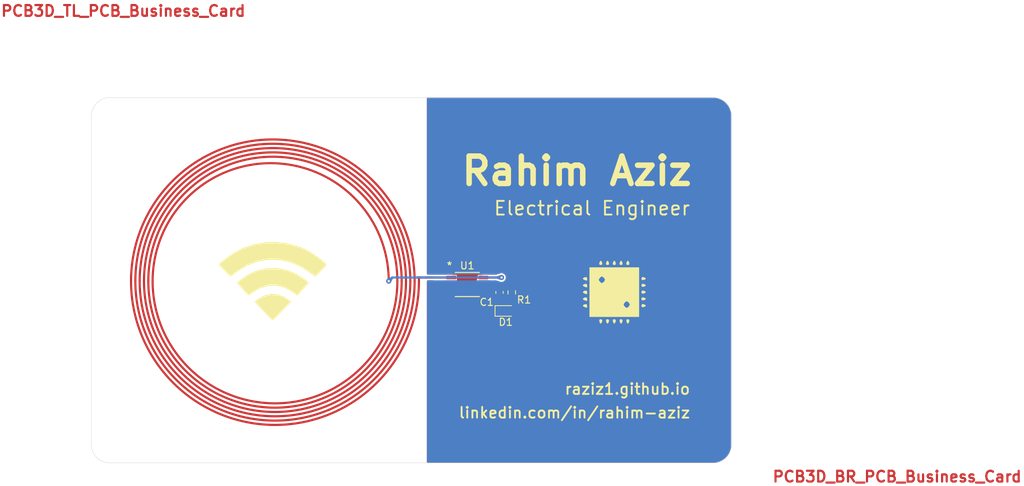
<source format=kicad_pcb>
(kicad_pcb (version 20240108) (generator "pcbnew") (generator_version "8.0")
  (title_block (title "PCB Business Card") (date "2024-04-03") (rev "0") (comment 1 "Rahim Aziz"))
  (layers (0 "F.Cu" signal "Front") (31 "B.Cu" signal "Back") (34 "B.Paste" user) (35 "F.Paste" user) (36 "B.SilkS" user "B.Silkscreen") (37 "F.SilkS" user "F.Silkscreen") (38 "B.Mask" user) (39 "F.Mask" user) (44 "Edge.Cuts" user))
  (net 0 "")
  (net 1 "Net-(D1-K)")
  (net 2 "Net-(U1-VCC)")
  (net 3 "Net-(D1-A)")
  (net 4 "Net-(U1-LA)")
  (footprint "LOGO" (layer "F.Cu") (at 114.105 88.9762)
    (property "Reference" "G***" (hide yes))
    (property "Value" "LOGO" (hide yes))
    (fp_poly (pts (xy 0.71248 1.896301) (xy 1.657901 2.27325) (xy 2.122695 2.568241) (xy 2.5747 2.890096) (xy 1.324924 4.187948) (xy 0.83454 4.692351) (xy 0.421465 5.108123) (xy 0.128945 5.392364) (xy 0.000224 5.502178) (xy 0 5.502231) (xy -0.126437 5.406234) (xy -0.415728 5.132594) (xy -0.825222 4.72304) (xy -1.312269 4.2193) (xy -1.325851 4.20504) (xy -2.576554 2.891418) (xy -2.123622 2.568901) (xy -1.176926 2.044126) (xy -0.232011 1.819926)) (fill solid) (layer "F.SilkS"))
    (fp_poly (pts (xy 1.952607 -1.505214) (xy 3.237459 -0.994426) (xy 4.424566 -0.223001) (xy 4.49886 -0.1626) (xy 5.01488 0.262684) (xy 4.20911 1.160012) (xy 3.403341 2.05734) (xy 2.589653 1.48735) (xy 1.556937 0.932989) (xy 0.475475 0.6661) (xy -0.619355 0.686711) (xy -1.692178 0.994853) (xy -2.560523 1.48299) (xy -3.392643 2.069252) (xy -4.195893 1.174731) (xy -4.999142 0.28021) (xy -4.490991 -0.151405) (xy -3.337485 -0.943028) (xy -2.075034 -1.474272) (xy -0.744977 -1.745086) (xy 0.611349 -1.755417)) (fill solid) (layer "F.SilkS"))
    (fp_poly (pts (xy 2.293424 -5.155645) (xy 3.919382 -4.658829) (xy 4.626204 -4.346017) (xy 5.082256 -4.093611) (xy 5.62558 -3.749619) (xy 6.193805 -3.359235) (xy 6.72456 -2.967651) (xy 7.155476 -2.620063) (xy 7.42418 -2.361663) (xy 7.478507 -2.279228) (xy 7.3978 -2.130109) (xy 7.148922 -1.832788) (xy 6.781806 -1.445914) (xy 6.697505 -1.361885) (xy 5.877641 -0.552205) (xy 5.077163 -1.16977) (xy 3.731941 -2.030561) (xy 2.310523 -2.611532) (xy 0.843086 -2.912608) (xy -0.64019 -2.933717) (xy -2.109127 -2.674787) (xy -3.533546 -2.135743) (xy -4.88327 -1.316513) (xy -5.04542 -1.194259) (xy -5.451487 -0.889485) (xy -5.757682 -0.675474) (xy -5.891194 -0.601183) (xy -6.023703 -0.702564) (xy -6.304742 -0.970975) (xy -6.678687 -1.352814) (xy -6.760339 -1.438721) (xy -7.552447 -2.276259) (xy -7.045159 -2.714257) (xy -6.631672 -3.0468) (xy -6.105337 -3.438264) (xy -5.746932 -3.689554) (xy -4.292215 -4.500511) (xy -2.718392 -5.055284) (xy -1.067892 -5.351187) (xy 0.616857 -5.385536)) (fill solid) (layer "F.SilkS"))
  )
  (footprint "LOGO" (layer "F.Cu") (at 161.544 90.551)
    (property "Reference" "G***" (hide yes))
    (property "Value" "LOGO" (hide yes))
    (fp_poly (pts (xy -1.787762 -4.323554) (xy -1.679261 -4.076543) (xy -1.687292 -3.824404) (xy -1.881481 -3.762963) (xy -2.088674 -3.844569) (xy -2.083701 -4.076543) (xy -1.945481 -4.353126)) (fill solid) (layer "F.SilkS"))
    (fp_poly (pts (xy -0.847021 -4.323554) (xy -0.73852 -4.076543) (xy -0.746551 -3.824404) (xy -0.94074 -3.762963) (xy -1.147933 -3.844569) (xy -1.14296 -4.076543) (xy -1.00474 -4.353126)) (fill solid) (layer "F.SilkS"))
    (fp_poly (pts (xy 0.09372 -4.323554) (xy 0.20222 -4.076543) (xy 0.19419 -3.824404) (xy 0 -3.762963) (xy -0.207193 -3.844569) (xy -0.202219 -4.076543) (xy -0.063999 -4.353126)) (fill solid) (layer "F.SilkS"))
    (fp_poly (pts (xy 1.034461 -4.323554) (xy 1.142961 -4.076543) (xy 1.134931 -3.824404) (xy 0.940741 -3.762963) (xy 0.733548 -3.844569) (xy 0.738521 -4.076543) (xy 0.876741 -4.353126)) (fill solid) (layer "F.SilkS"))
    (fp_poly (pts (xy 1.975201 -4.323554) (xy 2.083702 -4.076543) (xy 2.075671 -3.824404) (xy 1.881482 -3.762963) (xy 1.674289 -3.844569) (xy 1.679262 -4.076543) (xy 1.817482 -4.353126)) (fill solid) (layer "F.SilkS"))
    (fp_poly (pts (xy -1.674288 3.84457) (xy -1.679261 4.076544) (xy -1.795609 4.330537) (xy -1.881481 4.390124) (xy -2.012911 4.259892) (xy -2.083701 4.076544) (xy -2.07567 3.824405) (xy -1.881481 3.762963)) (fill solid) (layer "F.SilkS"))
    (fp_poly (pts (xy -0.733547 3.84457) (xy -0.73852 4.076544) (xy -0.854868 4.330537) (xy -0.94074 4.390124) (xy -1.07217 4.259892) (xy -1.14296 4.076544) (xy -1.13493 3.824405) (xy -0.94074 3.762963)) (fill solid) (layer "F.SilkS"))
    (fp_poly (pts (xy 0.207194 3.84457) (xy 0.20222 4.076544) (xy 0.085873 4.330537) (xy 0 4.390124) (xy -0.131429 4.259892) (xy -0.202219 4.076544) (xy -0.194189 3.824405) (xy 0 3.762963)) (fill solid) (layer "F.SilkS"))
    (fp_poly (pts (xy 1.147934 3.84457) (xy 1.142961 4.076544) (xy 1.026614 4.330537) (xy 0.940741 4.390124) (xy 0.809312 4.259892) (xy 0.738521 4.076544) (xy 0.746552 3.824405) (xy 0.940741 3.762963)) (fill solid) (layer "F.SilkS"))
    (fp_poly (pts (xy 2.088675 3.84457) (xy 2.083702 4.076544) (xy 1.967354 4.330537) (xy 1.881482 4.390124) (xy 1.750052 4.259892) (xy 1.679262 4.076544) (xy 1.687293 3.824405) (xy 1.881482 3.762963)) (fill solid) (layer "F.SilkS"))
    (fp_poly (pts (xy 4.076544 -2.083701) (xy 4.330537 -1.967353) (xy 4.390124 -1.881481) (xy 4.259892 -1.750052) (xy 4.076544 -1.679261) (xy 3.824405 -1.687292) (xy 3.762963 -1.881481) (xy 3.84457 -2.088674)) (fill solid) (layer "F.SilkS"))
    (fp_poly (pts (xy 4.076544 -1.14296) (xy 4.330537 -1.026613) (xy 4.390124 -0.94074) (xy 4.259892 -0.809311) (xy 4.076544 -0.73852) (xy 3.824405 -0.746551) (xy 3.762963 -0.94074) (xy 3.84457 -1.147933)) (fill solid) (layer "F.SilkS"))
    (fp_poly (pts (xy 4.076544 -0.202219) (xy 4.330537 -0.085872) (xy 4.390124 0) (xy 4.259892 0.13143) (xy 4.076544 0.20222) (xy 3.824405 0.19419) (xy 3.762963 0) (xy 3.84457 -0.207193)) (fill solid) (layer "F.SilkS"))
    (fp_poly (pts (xy 4.076544 0.738521) (xy 4.330537 0.854869) (xy 4.390124 0.940741) (xy 4.259892 1.072171) (xy 4.076544 1.142961) (xy 3.824405 1.134931) (xy 3.762963 0.940741) (xy 3.84457 0.733548)) (fill solid) (layer "F.SilkS"))
    (fp_poly (pts (xy 4.076544 1.679262) (xy 4.330537 1.79561) (xy 4.390124 1.881482) (xy 4.259892 2.012911) (xy 4.076544 2.083702) (xy 3.824405 2.075671) (xy 3.762963 1.881482) (xy 3.84457 1.674289)) (fill solid) (layer "F.SilkS"))
    (fp_poly (pts (xy -3.826037 -2.076374) (xy -3.762963 -1.866802) (xy -3.779986 -1.628577) (xy -3.80216 -1.586089) (xy -3.965933 -1.635643) (xy -4.11574 -1.67598) (xy -4.36296 -1.813554) (xy -4.315373 -1.977442) (xy -4.076543 -2.083701)) (fill solid) (layer "F.SilkS"))
    (fp_poly (pts (xy -3.826037 -1.135633) (xy -3.762963 -0.926062) (xy -3.779986 -0.687837) (xy -3.80216 -0.645348) (xy -3.965933 -0.694902) (xy -4.11574 -0.735239) (xy -4.36296 -0.872813) (xy -4.315373 -1.036702) (xy -4.076543 -1.14296)) (fill solid) (layer "F.SilkS"))
    (fp_poly (pts (xy -3.826037 -0.194893) (xy -3.762963 0.014679) (xy -3.779986 0.252904) (xy -3.80216 0.295393) (xy -3.965933 0.245839) (xy -4.11574 0.205501) (xy -4.36296 0.067928) (xy -4.315373 -0.095961) (xy -4.076543 -0.202219)) (fill solid) (layer "F.SilkS"))
    (fp_poly (pts (xy -3.826037 0.745848) (xy -3.762963 0.95542) (xy -3.779986 1.193645) (xy -3.80216 1.236134) (xy -3.965933 1.18658) (xy -4.11574 1.146242) (xy -4.36296 1.008668) (xy -4.315373 0.84478) (xy -4.076543 0.738521)) (fill solid) (layer "F.SilkS"))
    (fp_poly (pts (xy -3.826037 1.686589) (xy -3.762963 1.896161) (xy -3.779986 2.134386) (xy -3.80216 2.176874) (xy -3.965933 2.12732) (xy -4.11574 2.086983) (xy -4.36296 1.949409) (xy -4.315373 1.785521) (xy -4.076543 1.679262)) (fill solid) (layer "F.SilkS"))
    (fp_poly (pts (xy 3.449383 0) (xy 3.449383 3.449383) (xy 0 3.449383) (xy -3.449382 3.449383) (xy -3.449382 1.689941) (xy 1.293404 1.689941) (xy 1.372107 1.911305) (xy 1.404581 1.952008) (xy 1.623221 2.152873) (xy 1.724692 2.195062) (xy 1.911023 2.088441) (xy 2.044803 1.952008) (xy 2.159642 1.721117) (xy 2.027981 1.491633) (xy 1.985606 1.44804) (xy 1.765184 1.272257) (xy 1.583929 1.334729) (xy 1.463778 1.44804) (xy 1.293404 1.689941) (xy -3.449382 1.689941) (xy -3.449382 0) (xy -3.449382 -1.759442) (xy -2.155979 -1.759442) (xy -2.077275 -1.538078) (xy -2.044802 -1.497375) (xy -1.826162 -1.296509) (xy -1.724691 -1.254321) (xy -1.53836 -1.360942) (xy -1.40458 -1.497375) (xy -1.289741 -1.728266) (xy -1.421402 -1.95775) (xy -1.463777 -2.001343) (xy -1.684199 -2.177126) (xy -1.865454 -2.114654) (xy -1.985605 -2.001343) (xy -2.155979 -1.759442) (xy -3.449382 -1.759442) (xy -3.449382 -3.449382) (xy 0 -3.449382) (xy 3.449383 -3.449382)) (fill solid) (layer "F.SilkS"))
  )
  (footprint "Capacitor_SMD:C_0603_1608Metric" (layer "F.Cu") (at 145.601 90.5894 -90)
    (property "Reference" "C1" (at 1.3586 1.778 0) (layer "F.SilkS"))
    (property "Value" "220n")
    (fp_line (start -0.14058 0.51) (end 0.14058 0.51) (stroke (width 0.12)) (layer "F.SilkS"))
    (fp_line (start -0.14058 -0.51) (end 0.14058 -0.51) (stroke (width 0.12)) (layer "F.SilkS"))
    (pad "1" smd roundrect (at -0.775 0 270) (size 0.9 0.95) (layers "F.Cu" "F.Paste" "F.Mask") (net 2 "Net-(U1-VCC)"))
    (pad "2" smd roundrect (at 0.775 0 270) (size 0.9 0.95) (layers "F.Cu" "F.Paste" "F.Mask") (net 1 "Net-(D1-K)"))
  )
  (footprint "COIL_GENERATOR" (layer "F.Cu") (at 114.105 89.019)
    (property "Reference" "REF**" (hide yes))
    (property "Value" "COIL_GENERATOR")
    (fp_line (start 20.3 -0.5) (end 20.8 -0.5) (stroke (width 0.3)) (layer "F.Cu"))
    (fp_line (start 20.3 0) (end 20.3 -0.5) (stroke (width 0.3)) (layer "F.Cu"))
    (fp_arc (start -19.7 0) (mid 0 -19.7) (end 19.7 0) (stroke (width 0.3)) (layer "F.Cu"))
    (fp_arc (start -19.1 0) (mid 0 -19.1) (end 19.1 0) (stroke (width 0.3)) (layer "F.Cu"))
    (fp_arc (start -18.5 0) (mid 0 -18.5) (end 18.5 0) (stroke (width 0.3)) (layer "F.Cu"))
    (fp_arc (start -17.9 0) (mid 0 -17.9) (end 17.9 0) (stroke (width 0.3)) (layer "F.Cu"))
    (fp_arc (start -17.3 0) (mid 0 -17.3) (end 17.3 0) (stroke (width 0.3)) (layer "F.Cu"))
    (fp_arc (start -16.7 0) (mid -0.3 -16.402744) (end 16.1 0) (stroke (width 0.3)) (layer "F.Cu"))
    (fp_arc (start 17.3 0) (mid 0.3 17.010591) (end -16.7 0) (stroke (width 0.3)) (layer "F.Cu"))
    (fp_arc (start 17.9 0) (mid 0.3 17.6) (end -17.3 0) (stroke (width 0.3)) (layer "F.Cu"))
    (fp_arc (start 18.5 0) (mid 0.3 18.2) (end -17.9 0) (stroke (width 0.3)) (layer "F.Cu"))
    (fp_arc (start 19.1 0) (mid 0.3 18.8) (end -18.5 0) (stroke (width 0.3)) (layer "F.Cu"))
    (fp_arc (start 19.7 0) (mid 0.3 19.4) (end -19.1 0) (stroke (width 0.3)) (layer "F.Cu"))
    (fp_arc (start 20.3 0) (mid 0.3 20) (end -19.7 0) (stroke (width 0.3)) (layer "F.Cu"))
    (pad "" thru_hole circle (at 16.1 0) (size 0.7 0.7) (drill 0.3) (layers "*.Cu" "*.Mask") (net 4 "Net-(U1-LA)"))
    (pad "1" smd roundrect (at 21.15 -0.5) (size 2.4 0.3) (layers "F.Cu") (net 4 "Net-(U1-LA)"))
  )
  (footprint "" (layer "F.Cu") (at 145.8804 88.519)
    (property "Reference" "" (at 0 0 0) (layer "F.SilkS") (effects (font (size 1.27 1.27))))
    (property "Value" "")
    (pad "" thru_hole circle (at 0 0) (size 0.7 0.7) (drill 0.3) (layers "*.Cu" "*.Mask") (net 4 "Net-(U1-LA)"))
  )
  (footprint "NT3H1101W0FTTJ:TSSOP8_SOT505-1_NXP" (layer "F.Cu") (at 141.12425 89.493979)
    (property "Reference" "U1" (at 0 -2.625979 0) (layer "F.SilkS"))
    (property "Value" "NT3H1101W0FTTJ")
    (fp_line (start -1.6764 1.6764) (end 1.6764 1.6764) (stroke (width 0.1524)) (layer "F.SilkS"))
    (fp_line (start 1.6764 -1.6764) (end -1.6764 -1.6764) (stroke (width 0.1524)) (layer "F.SilkS"))
    (fp_text user "*" (at -2.48285 -2.625979 0) (layer "F.SilkS"))
    (pad "1" smd rect (at -2.22885 -0.974979) (size 1.3589 0.508) (layers "F.Cu" "F.Paste" "F.Mask") (net 4 "Net-(U1-LA)"))
    (pad "2" smd rect (at -2.22885 -0.324993) (size 1.3589 0.508) (layers "F.Cu" "F.Paste" "F.Mask") (net 1 "Net-(D1-K)"))
    (pad "3" smd rect (at -2.22885 0.324993) (size 1.3589 0.508) (layers "F.Cu" "F.Paste" "F.Mask"))
    (pad "4" smd rect (at -2.22885 0.974979) (size 1.3589 0.508) (layers "F.Cu" "F.Paste" "F.Mask"))
    (pad "5" smd rect (at 2.22885 0.974979) (size 1.3589 0.508) (layers "F.Cu" "F.Paste" "F.Mask"))
    (pad "6" smd rect (at 2.22885 0.324993) (size 1.3589 0.508) (layers "F.Cu" "F.Paste" "F.Mask") (net 2 "Net-(U1-VCC)"))
    (pad "7" smd rect (at 2.22885 -0.324993) (size 1.3589 0.508) (layers "F.Cu" "F.Paste" "F.Mask") (net 2 "Net-(U1-VCC)"))
    (pad "8" smd rect (at 2.22885 -0.974979) (size 1.3589 0.508) (layers "F.Cu" "F.Paste" "F.Mask") (net 4 "Net-(U1-LA)"))
  )
  (footprint "Resistor_SMD:R_0603_1608Metric" (layer "F.Cu") (at 147.3028 90.5886 -90)
    (property "Reference" "R1" (at 1.0292 -1.7018 180) (layer "F.SilkS"))
    (property "Value" "47")
    (fp_line (start -0.237258 0.5225) (end 0.237258 0.5225) (stroke (width 0.12)) (layer "F.SilkS"))
    (fp_line (start -0.237258 -0.5225) (end 0.237258 -0.5225) (stroke (width 0.12)) (layer "F.SilkS"))
    (pad "1" smd roundrect (at -0.825 0 270) (size 0.8 0.95) (layers "F.Cu" "F.Paste" "F.Mask") (net 2 "Net-(U1-VCC)"))
    (pad "2" smd roundrect (at 0.825 0 270) (size 0.8 0.95) (layers "F.Cu" "F.Paste" "F.Mask") (net 3 "Net-(D1-A)"))
  )
  (footprint "LED_SMD:LED_0603_1608Metric" (layer "F.Cu") (at 146.4646 93.1672)
    (property "Reference" "D1" (at 0 1.5494 0) (layer "F.SilkS"))
    (property "Value" "RED")
    (fp_line (start -1.485 -0.735) (end -1.485 0.735) (stroke (width 0.12)) (layer "F.SilkS"))
    (fp_line (start -1.485 0.735) (end 0.8 0.735) (stroke (width 0.12)) (layer "F.SilkS"))
    (fp_line (start 0.8 -0.735) (end -1.485 -0.735) (stroke (width 0.12)) (layer "F.SilkS"))
    (pad "1" smd roundrect (at -0.7875 0) (size 0.875 0.95) (layers "F.Cu" "F.Paste" "F.Mask") (net 1 "Net-(D1-K)"))
    (pad "2" smd roundrect (at 0.7875 0) (size 0.875 0.95) (layers "F.Cu" "F.Paste" "F.Mask") (net 3 "Net-(D1-A)"))
  )
  (gr_line (start 175.26 63.5) (end 91.44 63.5) (stroke (width 0.05)) (layer "Edge.Cuts"))
  (gr_line (start 91.44 114.3) (end 175.26 114.3) (stroke (width 0.05)) (layer "Edge.Cuts"))
  (gr_arc (start 88.9 66.04) (mid 89.643949 64.243949) (end 91.44 63.5) (stroke (width 0.05)) (layer "Edge.Cuts"))
  (gr_line (start 88.9 66.04) (end 88.9 111.76) (stroke (width 0.05)) (layer "Edge.Cuts"))
  (gr_arc (start 175.26 63.5) (mid 177.056051 64.243949) (end 177.8 66.04) (stroke (width 0.05)) (layer "Edge.Cuts"))
  (gr_arc (start 177.8 111.76) (mid 177.056051 113.556051) (end 175.26 114.3) (stroke (width 0.05)) (layer "Edge.Cuts"))
  (gr_line (start 177.8 111.76) (end 177.8 66.04) (stroke (width 0.05)) (layer "Edge.Cuts"))
  (gr_arc (start 91.44 114.3) (mid 89.643949 113.556051) (end 88.9 111.76) (stroke (width 0.05)) (layer "Edge.Cuts"))
  (gr_text "PCB3D_BR_PCB_Business_Card" (at 183.388 117.094 0) (layer "F.Cu") (effects (font (size 1.5 1.5) (thickness 0.3) (bold yes)) (justify left bottom)))
  (gr_text "PCB3D_TL_PCB_Business_Card" (at 76.2 52.324 0) (layer "F.Cu") (effects (font (size 1.5 1.5) (thickness 0.3) (bold yes)) (justify left bottom)))
  (gr_text "Electrical Engineer" (at 172.212 80.01 0) (layer "F.SilkS") (effects (font (size 1.905 1.905) (thickness 0.254)) (justify right bottom)))
  (gr_text "Rahim Aziz" (at 172.72 75.946 0) (layer "F.SilkS") (effects (font (size 3.81 3.81) (thickness 0.762) (bold yes)) (justify right bottom)))
  (gr_text "linkedin.com/in/rahim-aziz" (at 172.212 108.204 0) (layer "F.SilkS") (effects (font (size 1.5 1.5) (thickness 0.254)) (justify right bottom)))
  (gr_text "raziz1.github.io\n" (at 172.212 104.902 0) (layer "F.SilkS") (effects (font (size 1.5 1.5) (thickness 0.254)) (justify right bottom)))
  (segment (start 136.975414 89.168986) (end 136.4824 89.662) (width 0.3) (layer "F.Cu") (net 1))
  (segment (start 136.4824 89.662) (end 136.4824 92.456) (width 0.3) (layer "F.Cu") (net 1))
  (segment (start 136.4824 92.456) (end 137.1936 93.1672) (width 0.3) (layer "F.Cu") (net 1))
  (segment (start 138.8954 89.168986) (end 136.975414 89.168986) (width 0.3) (layer "F.Cu") (net 1))
  (segment (start 137.1936 93.1672) (end 145.6771 93.1672) (width 0.3) (layer "F.Cu") (net 1))
  (segment (start 143.3531 88.519) (end 145.8804 88.519) (width 0.3) (layer "F.Cu") (net 4))
  (segment (start 138.8954 88.519) (end 135.28 88.519) (width 0.3) (layer "F.Cu") (net 4))
  (segment (start 130.705 88.519) (end 130.205 89.019) (width 0.3) (layer "B.Cu") (net 4))
  (segment (start 145.8804 88.519) (end 130.705 88.519) (width 0.3) (layer "B.Cu") (net 4))
  (zone (net 2) (net_name "Net-(U1-VCC)") (layer "F.Cu") (priority 4) (connect_pads yes (clearance 0.1)) (min_thickness 0.1) (fill yes (thermal_gap 0.5) (thermal_bridge_width 0.5))
    (polygon (pts (xy 142.68 88.9) (xy 144.0262 88.9) (xy 145.3216 89.3572) (xy 147.8616 89.3572) (xy 147.8616 90.2716) (xy 145.3216 90.2716) (xy 144.0262 90.0684) (xy 142.68 90.0684)))
  )
  (zone (net 0) (net_name "") (layer "F.Cu") (connect_pads yes (clearance 0.25)) (min_thickness 0.25) (fill yes (thermal_gap 0.5) (thermal_bridge_width 0.5) (island_removal_mode 1) (island_area_min 10))
    (polygon (pts (xy 135.509 61.849) (xy 180.848 61.849) (xy 180.848 116.078) (xy 135.509 116.078)))
  )
  (zone (net 1) (net_name "Net-(D1-K)") (layer "F.Cu") (priority 4) (connect_pads yes (clearance 0.1)) (min_thickness 0.1) (fill yes (thermal_gap 0.5) (thermal_bridge_width 0.5))
    (polygon (pts (xy 145.1184 90.9066) (xy 146.0836 90.9066) (xy 146.0836 93.6498) (xy 145.1184 93.6498)))
  )
  (zone (net 3) (net_name "Net-(D1-A)") (layer "F.Cu") (priority 4) (connect_pads yes (clearance 0.1)) (min_thickness 0.1) (fill yes (thermal_gap 0.5) (thermal_bridge_width 0.5))
    (polygon (pts (xy 146.8202 91.0082) (xy 147.7854 91.0082) (xy 147.7854 93.6498) (xy 146.8202 93.6498)))
  )
  (zone (net 0) (net_name "") (layer "B.Cu") (connect_pads yes (clearance 0.25)) (min_thickness 0.25) (fill yes (thermal_gap 0.5) (thermal_bridge_width 0.5) (island_removal_mode 1) (island_area_min 10))
    (polygon (pts (xy 135.509 61.849) (xy 180.848 61.849) (xy 180.848 116.078) (xy 135.509 116.078)))
  )
)
</source>
